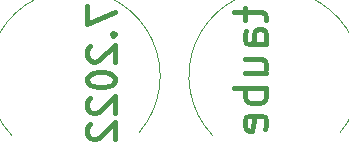
<source format=gbr>
%TF.GenerationSoftware,KiCad,Pcbnew,(6.0.2-0)*%
%TF.CreationDate,2022-07-29T18:45:40+02:00*%
%TF.ProjectId,2xMixer,32784d69-7865-4722-9e6b-696361645f70,rev?*%
%TF.SameCoordinates,Original*%
%TF.FileFunction,Legend,Bot*%
%TF.FilePolarity,Positive*%
%FSLAX46Y46*%
G04 Gerber Fmt 4.6, Leading zero omitted, Abs format (unit mm)*
G04 Created by KiCad (PCBNEW (6.0.2-0)) date 2022-07-29 18:45:40*
%MOMM*%
%LPD*%
G01*
G04 APERTURE LIST*
%ADD10C,0.400000*%
%ADD11C,0.120000*%
G04 APERTURE END LIST*
D10*
X115165476Y-67204761D02*
X115165476Y-68738095D01*
X117465476Y-67752380D01*
X117246428Y-69614285D02*
X117355952Y-69723809D01*
X117465476Y-69614285D01*
X117355952Y-69504761D01*
X117246428Y-69614285D01*
X117465476Y-69614285D01*
X115384523Y-70600000D02*
X115275000Y-70709523D01*
X115165476Y-70928571D01*
X115165476Y-71476190D01*
X115275000Y-71695238D01*
X115384523Y-71804761D01*
X115603571Y-71914285D01*
X115822619Y-71914285D01*
X116151190Y-71804761D01*
X117465476Y-70490476D01*
X117465476Y-71914285D01*
X115165476Y-73338095D02*
X115165476Y-73557142D01*
X115275000Y-73776190D01*
X115384523Y-73885714D01*
X115603571Y-73995238D01*
X116041666Y-74104761D01*
X116589285Y-74104761D01*
X117027380Y-73995238D01*
X117246428Y-73885714D01*
X117355952Y-73776190D01*
X117465476Y-73557142D01*
X117465476Y-73338095D01*
X117355952Y-73119047D01*
X117246428Y-73009523D01*
X117027380Y-72900000D01*
X116589285Y-72790476D01*
X116041666Y-72790476D01*
X115603571Y-72900000D01*
X115384523Y-73009523D01*
X115275000Y-73119047D01*
X115165476Y-73338095D01*
X115384523Y-74980952D02*
X115275000Y-75090476D01*
X115165476Y-75309523D01*
X115165476Y-75857142D01*
X115275000Y-76076190D01*
X115384523Y-76185714D01*
X115603571Y-76295238D01*
X115822619Y-76295238D01*
X116151190Y-76185714D01*
X117465476Y-74871428D01*
X117465476Y-76295238D01*
X115384523Y-77171428D02*
X115275000Y-77280952D01*
X115165476Y-77500000D01*
X115165476Y-78047619D01*
X115275000Y-78266666D01*
X115384523Y-78376190D01*
X115603571Y-78485714D01*
X115822619Y-78485714D01*
X116151190Y-78376190D01*
X117465476Y-77061904D01*
X117465476Y-78485714D01*
X128496428Y-67364285D02*
X128496428Y-68392857D01*
X127596428Y-67750000D02*
X129910714Y-67750000D01*
X130167857Y-67878571D01*
X130296428Y-68135714D01*
X130296428Y-68392857D01*
X130296428Y-70450000D02*
X128882142Y-70450000D01*
X128625000Y-70321428D01*
X128496428Y-70064285D01*
X128496428Y-69550000D01*
X128625000Y-69292857D01*
X130167857Y-70450000D02*
X130296428Y-70192857D01*
X130296428Y-69550000D01*
X130167857Y-69292857D01*
X129910714Y-69164285D01*
X129653571Y-69164285D01*
X129396428Y-69292857D01*
X129267857Y-69550000D01*
X129267857Y-70192857D01*
X129139285Y-70450000D01*
X128496428Y-72892857D02*
X130296428Y-72892857D01*
X128496428Y-71735714D02*
X129910714Y-71735714D01*
X130167857Y-71864285D01*
X130296428Y-72121428D01*
X130296428Y-72507142D01*
X130167857Y-72764285D01*
X130039285Y-72892857D01*
X130296428Y-74178571D02*
X127596428Y-74178571D01*
X128625000Y-74178571D02*
X128496428Y-74435714D01*
X128496428Y-74949999D01*
X128625000Y-75207142D01*
X128753571Y-75335714D01*
X129010714Y-75464285D01*
X129782142Y-75464285D01*
X130039285Y-75335714D01*
X130167857Y-75207142D01*
X130296428Y-74949999D01*
X130296428Y-74435714D01*
X130167857Y-74178571D01*
X130167857Y-77649999D02*
X130296428Y-77392857D01*
X130296428Y-76878571D01*
X130167857Y-76621428D01*
X129910714Y-76492857D01*
X128882142Y-76492857D01*
X128625000Y-76621428D01*
X128496428Y-76878571D01*
X128496428Y-77392857D01*
X128625000Y-77649999D01*
X128882142Y-77778571D01*
X129139285Y-77778571D01*
X129396428Y-76492857D01*
D11*
%TO.C,RV2*%
X119559000Y-77909000D02*
G75*
G03*
X108764000Y-78163000I-5512639J4766421D01*
G01*
%TO.C,RV1*%
X136559000Y-77909000D02*
G75*
G03*
X125764000Y-78163000I-5512639J4766421D01*
G01*
%TD*%
M02*

</source>
